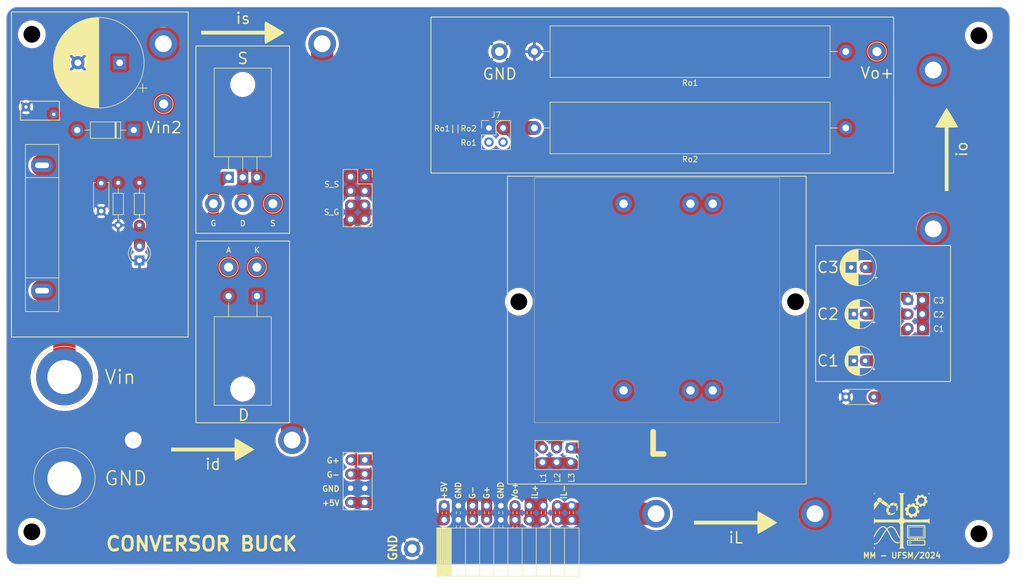
<source format=kicad_pcb>
(kicad_pcb (version 20221018) (generator pcbnew)
  (layers (0 "F.Cu" signal) (31 "B.Cu" signal) (34 "B.Paste" user) (35 "F.Paste" user) (36 "B.SilkS" user "B.Silkscreen") (37 "F.SilkS" user "F.Silkscreen") (38 "B.Mask" user) (39 "F.Mask" user) (44 "Edge.Cuts" user))
  (net 0 "")
  (net 1 "/Vin2")
  (net 2 "GND")
  (net 3 "Net-(J6-Pin_4)")
  (net 4 "Net-(J6-Pin_5)")
  (net 5 "IL-")
  (net 6 "Net-(D1-A)")
  (net 7 "Net-(D2-A)")
  (net 8 "/Vin")
  (net 9 "15V_F")
  (net 10 "G+")
  (net 11 "IL+")
  (net 12 "Net-(J6-Pin_6)")
  (net 13 "Net-(J5-Pin_1)")
  (net 14 "Net-(J5-Pin_2)")
  (net 15 "Net-(J5-Pin_3)")
  (net 16 "switch_gate")
  (net 17 "Net-(D3-A)")
  (net 18 "Vo+")
  (net 19 "Net-(Q1-D)")
  (net 20 "G-")
  (net 21 "switch_source")
  (net 22 "Net-(J6-Pin_1)")
  (net 23 "Net-(J7-Pin_2)")
  (footprint "LED_THT:LED_D3.0mm" (layer "F.Cu") (at 38.862 60.475 90)
    (fp_text reference "D2" hide)
    (fp_text value "LED")
    (pad "1" thru_hole rect (at 0 0 90) (size 1.8 1.8) (drill 0.9) (layers "*.Cu" "*.Mask") (net 2 "GND"))
    (pad "2" thru_hole circle (at 2.54 0 90) (size 1.8 1.8) (drill 0.9) (layers "*.Cu" "*.Mask") (net 7 "Net-(D2-A)"))
  )
  (footprint "Library:Furo" (layer "F.Cu") (at 19.558 22.499)
    (fp_text reference "H1" hide)
    (fp_text value "MountingHole")
    (pad "" np_thru_hole circle (at 0 -2.6) (size 3 3) (drill 3) (layers "*.Mask") (clearance 1))
  )
  (footprint "Connector_PinHeader_2.54mm:PinHeader_2x02_P2.54mm_Vertical" (layer "F.Cu") (at 101.572 36.7)
    (fp_text reference "J7" (at 1.27 -2.33) (layer "F.SilkS"))
    (fp_text value "Conn_02x01")
    (pad "1" thru_hole rect (at 0 0) (size 1.7 1.7) (drill 1) (layers "*.Cu" "*.Mask") (net 2 "GND"))
    (pad "2" thru_hole oval (at 2.54 0) (size 1.7 1.7) (drill 1) (layers "*.Cu" "*.Mask") (net 23 "Net-(J7-Pin_2)"))
    (pad "3" thru_hole oval (at 0 2.54) (size 1.7 1.7) (drill 1) (layers "*.Cu" "*.Mask"))
    (pad "4" thru_hole oval (at 2.54 2.54) (size 1.7 1.7) (drill 1) (layers "*.Cu" "*.Mask"))
  )
  (footprint "Package_TO_SOT_THT:TO-220-2_Horizontal_TabDown" (layer "F.Cu") (at 59.94 66.8812 180)
    (fp_text reference "D3" hide)
    (fp_text value "D")
    (pad "" np_thru_hole oval (at 2.54 -16.66 180) (size 3.5 3.5) (drill 3.5) (layers "*.Cu" "*.Mask"))
    (pad "1" thru_hole rect (at 0 0 180) (size 2 2) (drill 1.1) (layers "*.Cu" "*.Mask") (net 21 "switch_source"))
    (pad "2" thru_hole oval (at 5.08 0 180) (size 2 2) (drill 1.1) (layers "*.Cu" "*.Mask") (net 17 "Net-(D3-A)"))
  )
  (footprint "TestPoint:TestPoint_Loop_D2.60mm_Drill1.6mm_Beaded" (layer "F.Cu") (at 52.132 50.292)
    (fp_text reference "TP5" hide)
    (fp_text value "TestPoint")
    (pad "1" thru_hole circle (at 0 0) (size 3 3) (drill 1.6) (layers "*.Cu" "*.Mask") (net 16 "switch_gate"))
  )
  (footprint "Capacitor_THT:CP_Radial_D5.0mm_P2.00mm" (layer "F.Cu") (at 169.07638 78.486 180)
    (fp_text reference "C5" hide)
    (fp_text value "4.7u")
    (pad "1" thru_hole rect (at 0 0 180) (size 1.6 1.6) (drill 0.8) (layers "*.Cu" "*.Mask") (net 12 "Net-(J6-Pin_6)"))
    (pad "2" thru_hole circle (at 2 0 180) (size 1.6 1.6) (drill 0.8) (layers "*.Cu" "*.Mask") (net 2 "GND"))
  )
  (footprint "LOGO" (layer "F.Cu") (at 57.455164 19.6)
    (fp_text reference "G***" hide)
    (fp_text value "LOGO" hide)
  )
  (footprint "Connector_PinHeader_2.54mm:PinHeader_2x03_P2.54mm_Vertical" (layer "F.Cu") (at 176.784 67.564)
    (fp_text reference "J6" hide)
    (fp_text value "Conn_02x03_Counter_Clockwise")
    (pad "1" thru_hole oval (at 2.54 5.08) (size 1.7 1.7) (drill 1) (layers "*.Cu" "*.Mask") (net 22 "Net-(J6-Pin_1)"))
    (pad "2" thru_hole oval (at 2.54 2.54) (size 1.7 1.7) (drill 1) (layers "*.Cu" "*.Mask") (net 22 "Net-(J6-Pin_1)"))
    (pad "3" thru_hole oval (at 2.54 0) (size 1.7 1.7) (drill 1) (layers "*.Cu" "*.Mask") (net 22 "Net-(J6-Pin_1)"))
    (pad "4" thru_hole rect (at 0 0) (size 1.7 1.7) (drill 1) (layers "*.Cu" "*.Mask") (net 3 "Net-(J6-Pin_4)"))
    (pad "5" thru_hole oval (at 0 2.54) (size 1.7 1.7) (drill 1) (layers "*.Cu" "*.Mask") (net 4 "Net-(J6-Pin_5)"))
    (pad "6" thru_hole oval (at 0 5.08) (size 1.7 1.7) (drill 1) (layers "*.Cu" "*.Mask") (net 12 "Net-(J6-Pin_6)"))
  )
  (footprint "TestPoint:TestPoint_Loop_D2.60mm_Drill1.6mm_Beaded" (layer "F.Cu") (at 62.8 50.292)
    (fp_text reference "TP6" hide)
    (fp_text value "TestPoint")
    (pad "1" thru_hole circle (at 0 0) (size 3 3) (drill 1.6) (layers "*.Cu" "*.Mask") (net 21 "switch_source"))
  )
  (footprint "Capacitor_THT:CP_Radial_D6.3mm_P2.50mm" (layer "F.Cu") (at 169.07638 61.722 180)
    (fp_text reference "C3" hide)
    (fp_text value "22u")
    (pad "1" thru_hole rect (at 0 0 180) (size 1.6 1.6) (drill 0.8) (layers "*.Cu" "*.Mask") (net 3 "Net-(J6-Pin_4)"))
    (pad "2" thru_hole circle (at 2.5 0 180) (size 1.6 1.6) (drill 0.8) (layers "*.Cu" "*.Mask") (net 2 "GND"))
  )
  (footprint "TestPoint:TestPoint_Loop_D2.60mm_Drill1.6mm_Beaded" (layer "F.Cu") (at 171.2 23)
    (fp_text reference "TP12" hide)
    (fp_text value "TestPoint")
    (pad "1" thru_hole circle (at 0 0) (size 3 3) (drill 1.6) (layers "*.Cu" "*.Mask") (net 18 "Vo+"))
  )
  (footprint "TestPoint:TestPoint_Loop_D2.60mm_Drill1.6mm_Beaded" (layer "F.Cu") (at 57.4 50.292)
    (fp_text reference "TP4" hide)
    (fp_text value "TestPoint")
    (pad "1" thru_hole circle (at 0 0) (size 3 3) (drill 1.6) (layers "*.Cu" "*.Mask") (net 19 "Net-(Q1-D)"))
  )
  (footprint "LOGO" (layer "F.Cu") (at 175.639881 107.2)
    (fp_text reference "G***" hide)
    (fp_text value "LOGO" hide)
  )
  (footprint "LOGO" (layer "F.Cu") (at 145.87895 107.518)
    (fp_text reference "G***" hide)
    (fp_text value "LOGO" hide)
  )
  (footprint "Connector:Banana_Jack_1Pin" (layer "F.Cu") (at 25.4 99.568)
    (fp_text reference "J2" hide)
    (fp_text value "Conn_01x01_Pin")
    (pad "1" thru_hole circle (at 0 0) (size 10.16 10.16) (drill 6.1) (layers "*.Cu" "*.Mask") (net 2 "GND") (clearance 1))
  )
  (footprint "Resistor_THT:R_Axial_Power_L50.0mm_W9.0mm_P55.88mm" (layer "F.Cu") (at 165.608 36.703 180)
    (fp_text reference "Ro2" (at 27.94 -5.62 180) (layer "F.SilkS"))
    (fp_text value "22")
    (pad "1" thru_hole circle (at 0 0 180) (size 2.4 2.4) (drill 1.2) (layers "*.Cu" "*.Mask") (net 18 "Vo+"))
    (pad "2" thru_hole oval (at 55.88 0 180) (size 2.4 2.4) (drill 1.2) (layers "*.Cu" "*.Mask") (net 23 "Net-(J7-Pin_2)"))
  )
  (footprint "TestPoint:TestPoint_Loop_D2.60mm_Drill1.6mm_Beaded" (layer "F.Cu") (at 87.8 112.2)
    (fp_text reference "TP2" hide)
    (fp_text value "TestPoint")
    (pad "1" thru_hole circle (at 0 0) (size 3 3) (drill 1.6) (layers "*.Cu" "*.Mask") (net 2 "GND"))
  )
  (footprint "Resistor_THT:R_Axial_DIN0204_L3.6mm_D1.6mm_P7.62mm_Horizontal" (layer "F.Cu") (at 35.052 46.531 -90)
    (fp_text reference "R2" hide)
    (fp_text value "10k")
    (pad "1" thru_hole circle (at 0 0 270) (size 1.4 1.4) (drill 0.7) (layers "*.Cu" "*.Mask") (net 1 "/Vin2"))
    (pad "2" thru_hole oval (at 7.62 0 270) (size 1.4 1.4) (drill 0.7) (layers "*.Cu" "*.Mask") (net 2 "GND"))
  )
  (footprint "Connector_PinHeader_2.54mm:PinHeader_2x03_P2.54mm_Vertical" (layer "F.Cu") (at 116.260166 94.125 -90)
    (fp_text reference "J5" hide)
    (fp_text value "Conn_02x03_Counter_Clockwise")
    (pad "1" thru_hole rect (at 0 0 270) (size 1.7 1.7) (drill 1) (layers "*.Cu" "*.Mask") (net 13 "Net-(J5-Pin_1)"))
    (pad "2" thru_hole oval (at 0 2.54 270) (size 1.7 1.7) (drill 1) (layers "*.Cu" "*.Mask") (net 14 "Net-(J5-Pin_2)"))
    (pad "3" thru_hole oval (at 0 5.08 270) (size 1.7 1.7) (drill 1) (layers "*.Cu" "*.Mask") (net 15 "Net-(J5-Pin_3)"))
    (pad "4" thru_hole oval (at 2.54 5.08 270) (size 1.7 1.7) (drill 1) (layers "*.Cu" "*.Mask") (net 11 "IL+"))
    (pad "5" thru_hole oval (at 2.54 2.54 270) (size 1.7 1.7) (drill 1) (layers "*.Cu" "*.Mask") (net 11 "IL+"))
    (pad "6" thru_hole oval (at 2.54 0 270) (size 1.7 1.7) (drill 1) (layers "*.Cu" "*.Mask") (net 11 "IL+"))
  )
  (footprint "Diode_THT:D_DO-41_SOD81_P10.16mm_Horizontal" (layer "F.Cu") (at 37.846 37.084 180)
    (fp_text reference "D1" hide)
    (fp_text value "1N4007")
    (pad "1" thru_hole rect (at 0 0 180) (size 2.2 2.2) (drill 1.1) (layers "*.Cu" "*.Mask") (net 1 "/Vin2"))
    (pad "2" thru_hole oval (at 10.16 0 180) (size 2.2 2.2) (drill 1.1) (layers "*.Cu" "*.Mask") (net 6 "Net-(D1-A)"))
  )
  (footprint "Library:Testpoint_current" (layer "F.Cu") (at 145.822 105.918)
    (fp_text reference "TP10" hide)
    (fp_text value "TestPoint_2Pole")
    (pad "1" thru_hole circle (at -14.25 0) (size 5 5) (drill 3) (layers "*.Cu" "*.Mask") (net 5 "IL-"))
    (pad "2" thru_hole circle (at 14.25 0) (size 5 5) (drill 3) (layers "*.Cu" "*.Mask") (net 22 "Net-(J6-Pin_1)"))
  )
  (footprint "Library:Testpoint_current" (layer "F.Cu") (at 52 92.71)
    (fp_text reference "TP9" hide)
    (fp_text value "TestPoint_2Pole")
    (pad "1" thru_hole circle (at -14.25 0) (size 5 5) (drill 3) (layers "*.Cu" "*.Mask") (net 2 "GND"))
    (pad "2" thru_hole circle (at 14.25 0) (size 5 5) (drill 3) (layers "*.Cu" "*.Mask") (net 17 "Net-(D3-A)"))
  )
  (footprint "LOGO" (layer "F.Cu") (at 183.7052 40.50625 90)
    (fp_text reference "G***" hide)
    (fp_text value "LOGO" hide)
  )
  (footprint "Capacitor_THT:C_Disc_D5.0mm_W2.5mm_P5.00mm" (layer "F.Cu") (at 170.621267 84.963 180)
    (fp_text reference "C6" hide)
    (fp_text value "100n")
    (pad "1" thru_hole circle (at 0 0 180) (size 1.6 1.6) (drill 0.8) (layers "*.Cu" "*.Mask") (net 22 "Net-(J6-Pin_1)"))
    (pad "2" thru_hole circle (at 5 0 180) (size 1.6 1.6) (drill 0.8) (layers "*.Cu" "*.Mask") (net 2 "GND"))
  )
  (footprint "Connector_PinSocket_2.54mm:PinSocket_2x10_P2.54mm_Horizontal" (layer "F.Cu") (at 93.55 104.484 90)
    (fp_text reference "J4" hide)
    (fp_text value "Conn_02x10_Odd_Even")
    (pad "1" thru_hole rect (at 0 0 90) (size 1.7 1.7) (drill 1) (layers "*.Cu" "*.Mask") (net 9 "15V_F"))
    (pad "2" thru_hole oval (at -2.54 0 90) (size 1.7 1.7) (drill 1) (layers "*.Cu" "*.Mask") (net 9 "15V_F"))
    (pad "3" thru_hole oval (at 0 2.54 90) (size 1.7 1.7) (drill 1) (layers "*.Cu" "*.Mask") (net 2 "GND"))
    (pad "4" thru_hole oval (at -2.54 2.54 90) (size 1.7 1.7) (drill 1) (layers "*.Cu" "*.Mask") (net 2 "GND"))
    (pad "5" thru_hole oval (at 0 5.08 90) (size 1.7 1.7) (drill 1) (layers "*.Cu" "*.Mask") (net 20 "G-"))
    (pad "6" thru_hole oval (at -2.54 5.08 90) (size 1.7 1.7) (drill 1) (layers "*.Cu" "*.Mask") (net 20 "G-"))
    (pad "7" thru_hole oval (at 0 7.62 90) (size 1.7 1.7) (drill 1) (layers "*.Cu" "*.Mask") (net 10 "G+"))
    (pad "8" thru_hole oval (at -2.54 7.62 90) (size 1.7 1.7) (drill 1) (layers "*.Cu" "*.Mask") (net 10 "G+"))
    (pad "9" thru_hole oval (at 0 10.16 90) (size 1.7 1.7) (drill 1) (layers "*.Cu" "*.Mask") (net 2 "GND"))
    (pad "10" thru_hole oval (at -2.54 10.16 90) (size 1.7 1.7) (drill 1) (layers "*.Cu" "*.Mask") (net 2 "GND"))
    (pad "11" thru_hole oval (at 0 12.7 90) (size 1.7 1.7) (drill 1) (layers "*.Cu" "*.Mask") (net 18 "Vo+"))
    (pad "12" thru_hole oval (at -2.54 12.7 90) (size 1.7 1.7) (drill 1) (layers "*.Cu" "*.Mask") (net 18 "Vo+"))
    (pad "13" thru_hole oval (at 0 15.24 90) (size 1.7 1.7) (drill 1) (layers "*.Cu" "*.Mask") (net 11 "IL+"))
    (pad "14" thru_hole oval (at -2.54 15.24 90) (size 1.7 1.7) (drill 1) (layers "*.Cu" "*.Mask") (net 11 "IL+"))
    (pad "15" thru_hole oval (at 0 17.78 90) (size 1.7 1.7) (drill 1) (layers "*.Cu" "*.Mask") (net 11 "IL+"))
    (pad "16" thru_hole oval (at -2.54 17.78 90) (size 1.7 1.7) (drill 1) (layers "*.Cu" "*.Mask") (net 11 "IL+"))
    (pad "17" thru_hole oval (at 0 20.32 90) (size 1.7 1.7) (drill 1) (layers "*.Cu" "*.Mask") (net 5 "IL-"))
    (pad "18" thru_hole oval (at -2.54 20.32 90) (size 1.7 1.7) (drill 1) (layers "*.Cu" "*.Mask") (net 5 "IL-"))
    (pad "19" thru_hole oval (at 0 22.86 90) (size 1.7 1.7) (drill 1) (layers "*.Cu" "*.Mask") (net 5 "IL-"))
    (pad "20" thru_hole oval (at -2.54 22.86 90) (size 1.7 1.7) (drill 1) (layers "*.Cu" "*.Mask") (net 5 "IL-"))
  )
  (footprint "Library:Fuse" (layer "F.Cu") (at 21.4 68.9)
    (fp_text reference "F1" hide)
    (fp_text value "Fuse")
    (pad "1" thru_hole oval (at 0 -3) (size 4 2.5) (drill oval 2.5 1) (layers "*.Cu" "*.Mask") (net 8 "/Vin"))
    (pad "2" thru_hole oval (at 0 -25.5) (size 4 2.5) (drill oval 2.5 1) (layers "*.Cu" "*.Mask") (net 6 "Net-(D1-A)"))
  )
  (footprint "Library:Furo" (layer "F.Cu") (at 19.558 111.76)
    (fp_text reference "H2" hide)
    (fp_text value "MountingHole")
    (pad "" np_thru_hole circle (at 0 -2.6) (size 3 3) (drill 3) (layers "*.Mask") (clearance 1))
  )
  (footprint "Library:Furo" (layer "F.Cu") (at 189.484 112.121)
    (fp_text reference "H4" hide)
    (fp_text value "MountingHole")
    (pad "" np_thru_hole circle (at 0 -2.6) (size 3 3) (drill 3) (layers "*.Mask") (clearance 1))
  )
  (footprint "Library:Testpoint_current" (layer "F.Cu") (at 181.3052 40.5632 90)
    (fp_text reference "TP11" hide)
    (fp_text value "TestPoint_2Pole")
    (pad "1" thru_hole circle (at -14.25 0 90) (size 5 5) (drill 3) (layers "*.Cu" "*.Mask") (net 22 "Net-(J6-Pin_1)"))
    (pad "2" thru_hole circle (at 14.25 0 90) (size 5 5) (drill 3) (layers "*.Cu" "*.Mask") (net 18 "Vo+"))
  )
  (footprint "TestPoint:TestPoint_Loop_D2.60mm_Drill1.6mm_Beaded" (layer "F.Cu") (at 59.94 61.684)
    (fp_text reference "TP7" hide)
    (fp_text value "TestPoint")
    (pad "1" thru_hole circle (at 0 0) (size 3 3) (drill 1.6) (layers "*.Cu" "*.Mask") (net 21 "switch_source"))
  )
  (footprint "Library:Inductor_buck" (layer "F.Cu") (at 104.535166 67.6 -90)
    (fp_text reference "L1" hide)
    (fp_text value "L")
    (pad "1" thru_hole circle (at -17.3 -21.2 270) (size 3 3) (drill 1.5) (layers "*.Cu" "*.Mask" "Dwgs.User") (net 21 "switch_source"))
    (pad "2" thru_hole circle (at -17.3 -37.2 270) (size 3 3) (drill 1.5) (layers "*.Cu" "*.Mask") (net 15 "Net-(J5-Pin_3)"))
    (pad "2" thru_hole circle (at -17.3 -33.2 270) (size 3 3) (drill 1.5) (layers "*.Cu" "*.Mask") (net 15 "Net-(J5-Pin_3)"))
    (pad "3" thru_hole circle (at 16.2 -37.2 270) (size 3 3) (drill 1.5) (layers "*.Cu" "*.Mask") (net 14 "Net-(J5-Pin_2)"))
    (pad "3" thru_hole circle (at 16.2 -33.2 270) (size 3 3) (drill 1.5) (layers "*.Cu" "*.Mask") (net 14 "Net-(J5-Pin_2)"))
    (pad "4" thru_hole circle (at 16.2 -21.2 270) (size 3 3) (drill 1.5) (layers "*.Cu" "*.Mask") (net 13 "Net-(J5-Pin_1)"))
  )
  (footprint "Varistor:RV_Disc_D7mm_W3.4mm_P5mm" (layer "F.Cu") (at 23.5 34.25 180)
    (fp_text reference "RV1" hide)
    (fp_text value "Varistor")
    (pad "1" thru_hole circle (at 0 0 180) (size 1.6 1.6) (drill 0.6) (layers "*.Cu" "*.Mask") (net 6 "Net-(D1-A)"))
    (pad "2" thru_hole circle (at 5 1.3 180) (size 1.6 1.6) (drill 0.6) (layers "*.Cu" "*.Mask") (net 2 "GND"))
  )
  (footprint "Connector:Banana_Jack_1Pin" (layer "F.Cu") (at 25.4 81.4)
    (fp_text reference "J1" hide)
    (fp_text value "Conn_01x01_Pin")
    (pad "1" thru_hole circle (at 0 0) (size 10.16 10.16) (drill 6.1) (layers "*.Cu" "*.Mask") (net 8 "/Vin") (clearance 1))
  )
  (footprint "TestPoint:TestPoint_Loop_D2.60mm_Drill1.6mm_Beaded" (layer "F.Cu") (at 103.460119 23)
    (fp_text reference "TP13" hide)
    (fp_text value "TestPoint")
    (pad "1" thru_hole circle (at 0 0) (size 3 3) (drill 1.6) (layers "*.Cu" "*.Mask") (net 2 "GND"))
  )
  (footprint "Package_TO_SOT_THT:TO-220-3_Horizontal_TabDown" (layer "F.Cu") (at 54.86 45.552)
    (fp_text reference "Q1" hide)
    (fp_text value "IRF540N")
    (pad "" np_thru_hole oval (at 2.54 -16.66) (size 3.5 3.5) (drill 3.5) (layers "*.Cu" "*.Mask"))
    (pad "1" thru_hole rect (at 0 0) (size 1.905 2) (drill 1.1) (layers "*.Cu" "*.Mask") (net 16 "switch_gate"))
    (pad "2" thru_hole oval (at 2.54 0) (size 1.905 2) (drill 1.1) (layers "*.Cu" "*.Mask") (net 19 "Net-(Q1-D)"))
    (pad "3" thru_hole oval (at 5.08 0) (size 1.905 2) (drill 1.1) (layers "*.Cu" "*.Mask") (net 21 "switch_source"))
  )
  (footprint "Capacitor_THT:CP_Radial_D16.0mm_P7.50mm" (layer "F.Cu") (at 35.312755 25 180)
    (fp_text reference "C1" hide)
    (fp_text value "470u")
    (pad "1" thru_hole rect (at 0 0 180) (size 2.4 2.4) (drill 1.2) (layers "*.Cu" "*.Mask") (net 1 "/Vin2"))
    (pad "2" thru_hole circle (at 7.5 0 180) (size 2.4 2.4) (drill 1.2) (layers "*.Cu" "*.Mask") (net 2 "GND"))
  )
  (footprint "Library:Testpoint_current" (layer "F.Cu") (at 57.4 21.59)
    (fp_text reference "TP3" hide)
    (fp_text value "TestPoint_2Pole")
    (pad "1" thru_hole circle (at -14.25 0) (size 5 5) (drill 3) (layers "*.Cu" "*.Mask") (net 1 "/Vin2"))
    (pad "2" thru_hole circle (at 14.25 0) (size 5 5) (drill 3) (layers "*.Cu" "*.Mask") (net 19 "Net-(Q1-D)"))
  )
  (footprint "Capacitor_THT:C_Disc_D5.0mm_W2.5mm_P5.00mm" (layer "F.Cu") (at 32.004 46.611 -90)
    (fp_text reference "C2" hide)
    (fp_text value "100n")
    (pad "1" thru_hole circle (at 0 0 270) (size 1.6 1.6) (drill 0.8) (layers "*.Cu" "*.Mask") (net 1 "/Vin2"))
    (pad "2" thru_hole circle (at 5 0 270) (size 1.6 1.6) (drill 0.8) (layers "*.Cu" "*.Mask") (net 2 "GND"))
  )
  (footprint "Resistor_THT:R_Axial_Power_L50.0mm_W9.0mm_P55.88mm" (layer "F.Cu") (at 165.608 23 180)
    (fp_text reference "Ro1" (at 27.94 -5.62 180) (layer "F.SilkS"))
    (fp_text value "22")
    (pad "1" thru_hole circle (at 0 0 180) (size 2.4 2.4) (drill 1.2) (layers "*.Cu" "*.Mask") (net 18 "Vo+"))
    (pad "2" thru_hole oval (at 55.88 0 180) (size 2.4 2.4) (drill 1.2) (layers "*.Cu" "*.Mask") (net 2 "GND"))
  )
  (footprint "LOGO" (layer "F.Cu") (at 52.05695 94.4)
    (fp_text reference "G***" hide)
    (fp_text value "LOGO" hide)
  )
  (footprint "Resistor_THT:R_Axial_DIN0204_L3.6mm_D1.6mm_P7.62mm_Horizontal" (layer "F.Cu") (at 38.862 46.531 -90)
    (fp_text reference "R1" hide)
    (fp_text value "1.5k")
    (pad "1" thru_hole circle (at 0 0 270) (size 1.4 1.4) (drill 0.7) (layers "*.Cu" "*.Mask") (net 1 "/Vin2"))
    (pad "2" thru_hole oval (at 7.62 0 270) (size 1.4 1.4) (drill 0.7) (layers "*.Cu" "*.Mask") (net 7 "Net-(D2-A)"))
  )
  (footprint "TestPoint:TestPoint_Loop_D2.60mm_Drill1.6mm_Beaded" (layer "F.Cu") (at 43.202976 32.4)
    (fp_text reference "TP1" hide)
    (fp_text value "TestPoint")
    (pad "1" thru_hole circle (at 0 0) (size 3 3) (drill 1.6) (layers "*.Cu" "*.Mask") (net 1 "/Vin2"))
  )
  (footprint "Library:Furo" (layer "F.Cu") (at 156.585166 70.485)
    (fp_text reference "H6" hide)
    (fp_text value "MountingHole")
    (pad "" np_thru_hole circle (at 0 -2.6) (size 3 3) (drill 3) (layers "*.Mask") (clearance 1))
  )
  (footprint "Library:Furo" (layer "F.Cu") (at 106.935166 70.485)
    (fp_text reference "H5" hide)
    (fp_text value "MountingHole")
    (pad "" np_thru_hole circle (at 0 -2.6) (size 3 3) (drill 3) (layers "*.Mask") (clearance 1))
  )
  (footprint "Library:GateDriver" (layer "F.Cu") (at 79.29 96.266)
    (fp_text reference "J3" hide)
    (fp_text value "Conn_gatedriver")
    (pad "1" thru_hole oval (at -2.54 -50.8) (size 1.7 1.7) (drill 1) (layers "*.Cu" "*.Mask") (net 21 "switch_source"))
    (pad "1" thru_hole rect (at 0 -50.8) (size 1.7 1.7) (drill 1) (layers "*.Cu" "*.Mask") (net 21 "switch_source"))
    (pad "2" thru_hole oval (at -2.54 -48.26) (size 1.7 1.7) (drill 1) (layers "*.Cu" "*.Mask") (net 21 "switch_source"))
    (pad "2" thru_hole oval (at 0 -48.26) (size 1.7 1.7) (drill 1) (layers "*.Cu" "*.Mask") (net 21 "switch_source"))
    (pad "3" thru_hole oval (at -2.54 -45.72) (size 1.7 1.7) (drill 1) (layers "*.Cu" "*.Mask") (net 16 "switch_gate"))
    (pad "3" thru_hole oval (at 0 -45.72) (size 1.7 1.7) (drill 1) (layers "*.Cu" "*.Mask") (net 16 "switch_gate"))
    (pad "4" thru_hole oval (at -2.54 -43.18) (size 1.7 1.7) (drill 1) (layers "*.Cu" "*.Mask") (net 16 "switch_gate"))
    (pad "4" thru_hole oval (at 0 -43.18) (size 1.7 1.7) (drill 1) (layers "*.Cu" "*.Mask") (net 16 "switch_gate"))
    (pad "5" thru_hole oval (at -2.54 0) (size 1.7 1.7) (drill 1) (layers "*.Cu" "*.Mask") (net 10 "G+"))
    (pad "5" thru_hole rect (at 0 0) (size 1.7 1.7) (drill 1) (layers "*.Cu" "*.Mask") (net 10 "G+"))
    (pad "6" thru_hole oval (at -2.54 2.54) (size 1.7 1.7) (drill 1) (layers "*.Cu" "*.Mask") (net 20 "G-"))
    (pad "6" thru_hole oval (at 0 2.54) (size 1.7 1.7) (drill 1) (layers "*.Cu" "*.Mask") (net 20 "G-"))
    (pad "7" thru_hole oval (at -2.54 5.08) (size 1.7 1.7) (drill 1) (layers "*.Cu" "*.Mask") (net 2 "GND"))
    (pad "7" thru_hole oval (at 0 5.08) (size 1.7 1.7) (drill 1) (layers "*.Cu" "*.Mask") (net 2 "GND"))
    (pad "8" thru_hole oval (at -2.54 7.62) (size 1.7 1.7) (drill 1) (layers "*.Cu" "*.Mask") (net 9 "15V_F"))
    (pad "8" thru_hole oval (at 0 7.62) (size 1.7 1.7) (drill 1) (layers "*.Cu" "*.Mask") (net 9 "15V_F"))
  )
  (footprint "TestPoint:TestPoint_Loop_D2.60mm_Drill1.6mm_Beaded" (layer "F.Cu") (at 54.86 61.684)
    (fp_text reference "TP8" hide)
    (fp_text value "TestPoint")
    (pad "1" thru_hole circle (at 0 0) (size 3 3) (drill 1.6) (layers "*.Cu" "*.Mask") (net 17 "Net-(D3-A)"))
  )
  (footprint "Capacitor_THT:CP_Radial_D5.0mm_P2.00mm" (layer "F.Cu") (at 169.07638 70.104 180)
    (fp_text reference "C4" hide)
    (fp_text value "10u")
    (pad "1" thru_hole rect (at 0 0 180) (size 1.6 1.6) (drill 0.8) (layers "*.Cu" "*.Mask") (net 4 "Net-(J6-Pin_5)"))
    (pad "2" thru_hole circle (at 2 0 180) (size 1.6 1.6) (drill 0.8) (layers "*.Cu" "*.Mask") (net 2 "GND"))
  )
  (footprint "Library:Furo" (layer "F.Cu") (at 189.484 22.733)
    (fp_text reference "H3" hide)
    (fp_text value "MountingHole")
    (pad "" np_thru_hole circle (at 0 -2.6) (size 3 3) (drill 3) (layers "*.Mask" "Eco1.User") (clearance 1))
  )
  (gr_rect (start 91.16 16.8) (end 174.2 44.8) (stroke (width 0.15)) (fill none) (layer "F.SilkS"))
  (gr_rect (start 49 22) (end 65.8 55.6) (stroke (width 0.15)) (fill none) (layer "F.SilkS"))
  (gr_rect (start 49 57) (end 65.8 89.6) (stroke (width 0.15)) (fill none) (layer "F.SilkS"))
  (gr_rect (start 160.2 57.8) (end 184.4 82.2) (stroke (width 0.15)) (fill none) (layer "F.SilkS"))
  (gr_rect (start 15.882235 15.882235) (end 47.6 74.2) (stroke (width 0.15)) (fill none) (layer "F.SilkS"))
  (gr_rect (start 104.898745 45.363579) (end 158.5 100.6) (stroke (width 0.15)) (fill none) (layer "F.SilkS"))
  (gr_arc (start 15 17) (mid 15.585786 15.585786) (end 17 15) (stroke (width 0.1)) (layer "Edge.Cuts"))
  (gr_line (start 15 17) (end 15 113) (stroke (width 0.1)) (layer "Edge.Cuts"))
  (gr_arc (start 195 113) (mid 194.414214 114.414214) (end 193 115) (stroke (width 0.1)) (layer "Edge.Cuts"))
  (gr_arc (start 17 115) (mid 15.585786 114.414214) (end 15 113) (stroke (width 0.1)) (layer "Edge.Cuts"))
  (gr_line (start 17 115) (end 193 115) (stroke (width 0.1)) (layer "Edge.Cuts"))
  (gr_line (start 195 113) (end 195 17) (stroke (width 0.1)) (layer "Edge.Cuts"))
  (gr_line (start 193 15) (end 17 15) (stroke (width 0.1)) (layer "Edge.Cuts"))
  (gr_arc (start 193 15) (mid 194.414214 15.585786) (end 195 17) (stroke (width 0.1)) (layer "Edge.Cuts"))
  (gr_text "GND" (at 96.6525 103.4 90) (layer "F.SilkS") (effects (font (size 1 1) (thickness 0.2) bold) (justify left bottom)))
  (gr_text "L3" (at 116.97 100.45 90) (layer "F.SilkS") (effects (font (size 1 1)) (justify left bottom)))
  (gr_text "C2" (at 162.4 70.104) (layer "F.SilkS") (effects (font (size 2 2) (thickness 0.25))))
  (gr_text "L" (at 131.699372 93.4) (layer "F.SilkS") (effects (font (size 4 4) (thickness 1) bold)))
  (gr_text "L2" (at 114.43 100.45 90) (layer "F.SilkS") (effects (font (size 1 1)) (justify left bottom)))
  (gr_text "S_G" (at 71.885714 52.4) (layer "F.SilkS") (effects (font (size 1 1)) (justify left bottom)))
  (gr_text "is" (at 56 18.2) (layer "F.SilkS") (effects (font (size 2 2) (thickness 0.25)) (justify left bottom)))
  (gr_text "C2" (at 181.2 70.7915) (layer "F.SilkS") (effects (font (size 1 1)) (justify left bottom)))
  (gr_text "CONVERSOR BUCK" (at 32.6 112.8) (layer "F.SilkS") (effects (font (size 2.5 2.5) (thickness 0.5) bold) (justify left bottom)))
  (gr_text "io" (at 187.6 42.056653 90) (layer "F.SilkS") (effects (font (size 2 2) (thickness 0.25)) (justify left bottom)))
  (gr_text "C3" (at 162.4 61.722) (layer "F.SilkS") (effects (font (size 2 2) (thickness 0.25))))
  (gr_text "G-" (at 72.361905 99.4935) (layer "F.SilkS") (effects (font (size 1 1) (thickness 0.2) bold) (justify left bottom)))
  (gr_text "D" (at 56.8125 54.4) (layer "F.SilkS") (effects (font (size 1 1)) (justify left bottom)))
  (gr_text "C1" (at 162.4 78.486) (layer "F.SilkS") (effects (font (size 2 2) (thickness 0.25))))
  (gr_text "GND" (at 104.2725 103.4 90) (layer "F.SilkS") (effects (font (size 1 1) (thickness 0.2) bold) (justify left bottom)))
  (gr_text "S" (at 62.23631 54.4) (layer "F.SilkS") (effects (font (size 1 1)) (justify left bottom)))
  (gr_text "C3" (at 181.2 68.2515) (layer "F.SilkS") (effects (font (size 1 1)) (justify left bottom)))
  (gr_text "MM - UFSM/2024" (at 168.6 114) (layer "F.SilkS") (effects (font (size 1 1) (thickness 0.2) bold) (justify left bottom)))
  (gr_text "iL" (at 144.423786 111.4) (layer "F.SilkS") (effects (font (size 2 2) (thickness 0.25)) (justify left bottom)))
  (gr_text "GND" (at 36.4 99.568) (layer "F.SilkS") (effects (font (size 2.5 2.5) (thickness 0.25))))
  (gr_text "K" (at 59.3525 59.2) (layer "F.SilkS") (effects (font (size 1 1)) (justify left bottom)))
  (gr_text "GND" (at 71.552381 102.0335) (layer "F.SilkS") (effects (font (size 1 1) (thickness 0.2) bold) (justify left bottom)))
  (gr_text "GND" (at 85.2 114.523215 90) (layer "F.SilkS") (effects (font (size 1.5 1.5) (thickness 0.3) bold) (justify left bottom)))
  (gr_text "GND" (at 100.3 28.2) (layer "F.SilkS") (effects (font (size 2 2) (thickness 0.25)) (justify left bottom)))
  (gr_text "Vin" (at 35.388095 81.4) (layer "F.SilkS") (effects (font (size 2.5 2.5) (thickness 0.25))))
  (gr_text "Ro1" (at 96.4 39.9305) (layer "F.SilkS") (effects (font (size 1 1)) (justify left bottom)))
  (gr_text "G" (at 51.5445 54.4) (layer "F.SilkS") (effects (font (size 1 1)) (justify left bottom)))
  (gr_text "D" (at 56.4 89.4) (layer "F.SilkS") (effects (font (size 2 2) (thickness 0.25)) (justify left bottom)))
  (gr_text "iL-" (at 115.6 103.4 90) (layer "F.SilkS") (effects (font (size 1 1) (thickness 0.2) bold) (justify left bottom)))
  (gr_text "id" (at 50.506548 98.2) (layer "F.SilkS") (effects (font (size 2 2) (thickness 0.25)) (justify left bottom)))
  (gr_text "L1" (at 111.89 100.45 90) (layer "F.SilkS") (effects (font (size 1 1)) (justify left bottom)))
  (gr_text "C1" (at 181.2 73.3315) (layer "F.SilkS") (effects (font (size 1 1)) (justify left bottom)))
  (gr_text "G-" (at 99.1925 103.4 90) (layer "F.SilkS") (effects (font (size 1 1) (thickness 0.2) bold) (justify left bottom)))
  (gr_text "G+" (at 101.7325 103.4 90) (layer "F.SilkS") (effects (font (size 1 1) (thickness 0.2) bold) (justify left bottom)))
  (gr_text "+5V" (at 94.1125 103.4 90) (layer "F.SilkS") (effects (font (size 1 1) (thickness 0.2) bold) (justify left bottom)))
  (gr_text "S_S" (at 71.933333 47.4) (layer "F.SilkS") (effects (font (size 1 1)) (justify left bottom)))
  (gr_text "Vin2" (at 39.9 37.8) (layer "F.SilkS") (effects (font (size 2 2) (thickness 0.25)) (justify left bottom)))
  (gr_text "iL+" (at 110.4 103.4 90) (layer "F.SilkS") (effects (font (size 1 1) (thickness 0.2) bold) (justify left bottom)))
  (gr_text "+5V" (at 71.552381 104.5735) (layer "F.SilkS") (effects (font (size 1 1) (thickness 0.2) bold) (justify left bottom)))
  (gr_text "Vo+" (at 168.0875 28) (layer "F.SilkS") (effects (font (size 2 2) (thickness 0.25)) (justify left bottom)))
  (gr_text "A" (at 54.343929 59.2) (layer "F.SilkS") (effects (font (size 1 1)) (justify left bottom)))
  (gr_text "Vo+" (at 106.8125 103.4 90) (layer "F.SilkS") (effects (font (size 1 1) (thickness 0.2) bold) (justify left bottom)))
  (gr_text "S" (at 56.2875 25.4) (layer "F.SilkS") (effects (font (size 2 2) (thickness 0.25)) (justify left bottom)))
  (gr_text "Ro1||Ro2" (at 91.638095 37.3905) (layer "F.SilkS") (effects (font (size 1 1)) (justify left bottom)))
  (gr_text "G+" (at 72.361905 96.9535) (layer "F.SilkS") (effects (font (size 1 1) (thickness 0.2) bold) (justify left bottom)))
  (segment (start 176.784 67.534) (end 170.972 61.722) (width 2) (layer "F.Cu") (net 3))
  (segment (start 170.972 61.722) (end 169.07638 61.722) (width 2) (layer "F.Cu") (net 3))
  (segment (start 176.784 67.564) (end 176.784 67.534) (width 0.25) (layer "F.Cu") (net 3))
  (segment (start 176.784 70.104) (end 169.07638 70.104) (width 2) (layer "F.Cu") (net 4))
  (segment (start 131.572 105.918) (end 115.062 105.918) (width 4) (layer "F.Cu") (net 5))
  (segment (start 113.87 104.484) (end 113.87 107.024) (width 2) (layer "F.Cu") (net 5))
  (segment (start 21.4 43.4) (end 25.4 43.4) (width 4) (layer "F.Cu") (net 6))
  (segment (start 25.4 43.4) (end 27.686 41.114) (width 4) (layer "F.Cu") (net 6))
  (segment (start 26.334 37.084) (end 23.5 34.25) (width 4) (layer "F.Cu") (net 6))
  (segment (start 27.686 37.084) (end 26.334 37.084) (width 4) (layer "F.Cu") (net 6))
  (segment (start 27.686 41.114) (end 27.686 37.084) (width 4) (layer "F.Cu") (net 6))
  (segment (start 38.862 54.151) (end 38.862 57.935) (width 2) (layer "F.Cu") (net 7))
  (segment (start 23.3 65.9) (end 21.4 65.9) (width 4) (layer "F.Cu") (net 8))
  (segment (start 25.4 81.4) (end 25.4 68) (width 4) (layer "F.Cu") (net 8))
  (segment (start 25.4 68) (end 23.3 65.9) (width 4) (layer "F.Cu") (net 8))
  (segment (start 93.55 107.024) (end 84.672 107.024) (width 2) (layer "F.Cu") (net 9))
  (segment (start 93.55 107.024) (end 93.55 104.484) (width 2) (layer "F.Cu") (net 9))
  (segment (start 81.534 103.886) (end 76.75 103.886) (width 2) (layer "F.Cu") (net 9))
  (segment (start 84.672 107.024) (end 81.534 103.886) (width 2) (layer "F.Cu") (net 9))
  (segment (start 96.016 96.266) (end 76.836 96.266) (width 2) (layer "F.Cu") (net 10))
  (segment (start 97 97.25) (end 96.016 96.266) (width 2) (layer "F.Cu") (net 10))
  (segment (start 101.17 107.024) (end 101.17 101.424) (width 2) (layer "F.Cu") (net 10))
  (segment (start 101.17 101.424) (end 97 97.254) (width 2) (layer "F.Cu") (net 10))
  (segment (start 97 97.254) (end 97 97.25) (width 2) (layer "F.Cu") (net 10))
  (segment (start 108.79 107.024) (end 111.33 107.024) (width 2) (layer "F.Cu") (net 11))
  (segment (start 116 97.8) (end 115.99 97.79) (width 4) (layer "F.Cu") (net 11))
  (segment (start 111.01 97.79) (end 109.982 98.818) (width 4) (layer "F.Cu") (net 11))
  (segment (start 109.982 98.818) (end 109.982 106.426) (width 4) (layer "F.Cu") (net 11))
  (segment (start 115.99 97.79) (end 111.01 97.79) (width 4) (layer "F.Cu") (net 11))
  (segment (start 176.784 72.644) (end 170.942 78.486) (width 2) (layer "F.Cu") (net 12))
  (segment (start 170.942 78.486) (end 169.07638 78.486) (width 2) (layer "F.Cu") (net 12))
  (segment (start 120.735166 92) (end 125.735166 87) (width 4) (layer "F.Cu") (net 13))
  (segment (start 125.735166 87) (end 125.735166 83.8) (width 4) (layer "F.Cu") (net 13))
  (segment (start 118.610166 94.125) (end 120.735166 92) (width 2) (layer "F.Cu") (net 13))
  (segment (start 116.260166 94.125) (end 118.610166 94.125) (width 2) (layer "F.Cu") (net 13))
  (segment (start 117.735166 78) (end 131.935166 78) (width 4) (layer "F.Cu") (net 14))
  (segment (start 131.935166 78) (end 137.735166 83.8) (width 4) (layer "F.Cu") (net 14))
  (segment (start 113.720166 82.015) (end 117.735166 78) (width 4) (layer "F.Cu") (net 14))
  (segment (start 113.720166 94.125) (end 113.720166 89.2) (width 2) (layer "F.Cu") (net 14))
  (segment (start 137.735166 83.8) (end 141.735166 83.8) (width 4) (layer "F.Cu") (net 14))
  (segment (start 113.720166 89.2) (end 113.720166 82.015) (width 4) (layer "F.Cu") (net 14))
  (segment (start 108.335166 78) (end 115.735166 70.6) (width 4) (layer "F.Cu") (net 15))
  (segment (start 137.735166 62.6) (end 137.735166 50.3) (width 4) (layer "F.Cu") (net 15))
  (segment (start 111.180166 94.125) (end 108.335166 91.28) (width 2) (layer "F.Cu") (net 15))
  (segment (start 137.735166 50.3) (end 141.735166 50.3) (width 4) (layer "F.Cu") (net 15))
  (segment (start 115.735166 70.6) (end 129.735166 70.6) (width 4) (layer "F.Cu") (net 15))
  (segment (start 129.735166 70.6) (end 137.735166 62.6) (width 4) (layer "F.Cu") (net 15))
  (segment (start 108.335166 90) (end 108.335166 78) (width 4) (layer "F.Cu") (net 15))
  (segment (start 109.4 91.28) (end 109.4 90) (width 2) (layer "F.Cu") (net 15))
  (segment (start 76.75 50.546) (end 79.29 53.086) (width 2) (layer "F.Cu") (net 16))
  (segment (start 54.016 45.552) (end 52.132 47.436) (width 2) (layer "F.Cu") (net 16))
  (segment (start 52.132 47.436) (end 52.132 50.292) (width 2) (layer "F.Cu") (net 16))
  (segment (start 74.23 55.626) (end 76.77 53.086) (width 2) (layer "F.Cu") (net 16))
  (segment (start 52.132 50.292) (end 52.2 50.36) (width 2) (layer "F.Cu") (net 16))
  (segment (start 76.77 50.546) (end 79.31 50.546) (width 2) (layer "F.Cu") (net 16))
  (segment (start 76.77 50.546) (end 76.77 53.086) (width 2) (layer "F.Cu") (net 16))
  (segment (start 54.356 45.552) (end 54.016 45.552) (width 2) (layer "F.Cu") (net 16))
  (segment (start 52.132 53.978) (end 53.78 55.626) (width 2) (layer "F.Cu") (net 16))
  (segment (start 52.132 50.36) (end 52.132 53.978) (width 2) (layer "F.Cu") (net 16))
  (segment (start 79.31 53.086) (end 76.77 53.086) (width 2) (layer "F.Cu") (net 16))
  (segment (start 79.31 50.546) (end 79.31 53.086) (width 2) (layer "F.Cu") (net 16))
  (segment (start 53.78 55.626) (end 74.23 55.626) (width 2) (layer "F.Cu") (net 16))
  (segment (start 66.25 81.49) (end 66.25 92.71) (width 4) (layer "F.Cu") (net 17))
  (segment (start 54.86 61.684) (end 54.86 70.1) (width 4) (layer "F.Cu") (net 17))
  (segment (start 54.86 70.1) (end 66.25 81.49) (width 4) (layer "F.Cu") (net 17))
  (segment (start 187.0329 98.0948) (end 187.0329 28.702) (width 3) (layer "F.Cu") (net 18))
  (segment (start 172.5277 112.6) (end 187.0329 98.0948) (width 3) (layer "F.Cu") (net 18))
  (segment (start 106.25 110.06) (end 108.79 112.6) (width 3) (layer "F.Cu") (net 18))
  (segment (start 106.25 104.484) (end 106.25 110.06) (width 2) (layer "F.Cu") (net 18))
  (segment (start 108.79 112.6) (end 172.5277 112.6) (width 3) (layer "F.Cu") (net 18))
  (segment (start 187.0329 28.702) (end 184.6441 26.3132) (width 3) (layer "F.Cu") (net 18))
  (segment (start 184.6441 26.3132) (end 181.3052 26.3132) (width 3) (layer "F.Cu") (net 18))
  (segment (start 57.4 39.374) (end 71.65 25.124) (width 4) (layer "F.Cu") (net 19))
  (segment (start 71.65 25.124) (end 71.65 21.59) (width 4) (layer "F.Cu") (net 19))
  (segment (start 57.4 40.8) (end 57.4 39.374) (width 4) (layer "F.Cu") (net 19))
  (segment (start 57.4 41.906) (end 57.4 50.292) (width 2) (layer "F.Cu") (net 19))
  (segment (start 94.996 98.806) (end 76.75 98.806) (width 2) (layer "F.Cu") (net 20))
  (segment (start 96.345 100.155) (end 94.996 98.806) (width 2) (layer "F.Cu") (net 20))
  (segment (start 98.63 107.024) (end 98.63 102.44) (width 2) (layer "F.Cu") (net 20))
  (segment (start 98.63 102.44) (end 95.082 98.892) (width 2) (layer "F.Cu") (net 20))
  (segment (start 59.94 61.684) (end 59.94 66.8812) (width 4) (layer "F.Cu") (net 21))
  (segment (start 181.356 84.7592) (end 181.1522 84.963) (width 2) (layer "F.Cu") (net 22))
  (segment (start 181.356 84.7592) (end 181.356 90.8431) (width 6) (layer "F.Cu") (net 22))
  (segment (start 181.1522 84.963) (end 170.621267 84.963) (width 2) (layer "F.Cu") (net 22))
  (segment (start 166.2811 105.918) (end 160.072 105.918) (width 6) (layer "F.Cu") (net 22))
  (segment (start 181.356 90.8431) (end 166.2811 105.918) (width 6) (layer "F.Cu") (net 22))
  (segment (start 181.356 84.7592) (end 181.356 54.864) (width 6) (layer "F.Cu") (net 22))
  (segment (start 109.725 36.7) (end 104.112 36.7) (width 2.5) (layer "F.Cu") (net 23))
  (segment (start 109.728 36.703) (end 109.725 36.7) (width 2.5) (layer "F.Cu") (net 23))
  (zone (net 21) (net_name "switch_source") (layer "F.Cu") (priority 2) (connect_pads yes (clearance 0.5)) (min_thickness 0.25) (fill yes (thermal_gap 0.5) (thermal_bridge_width 0.5))
    (polygon (pts (xy 58.166 43.942) (xy 58.166 63.992) (xy 129.444 63.992) (xy 129.444 43.942)))
  )
  (zone (net 18) (net_name "Vo+") (layer "F.Cu") (priority 4) (connect_pads yes (clearance 0.5)) (min_thickness 0.25) (fill yes (thermal_gap 0.5) (thermal_bridge_width 0.5))
    (polygon (pts (xy 160.9471 42.545) (xy 188.5981 42.545) (xy 188.5981 18.24) (xy 160.9471 18.24)))
  )
  (zone (net 1) (net_name "/Vin2") (layer "F.Cu") (priority 3) (connect_pads yes (clearance 0.5)) (min_thickness 0.25) (fill yes (thermal_gap 0.5) (thermal_bridge_width 0.5))
    (polygon (pts (xy 30.48 18.65) (xy 30.48 48.604) (xy 46.12 48.604) (xy 46.12 18.65)))
  )
  (zone (net 0) (net_name "") (layer "F.Cu") (connect_pads yes (clearance 0.5)) (min_thickness 0.25) (fill yes (thermal_gap 0.5) (thermal_bridge_width 0.5) (island_removal_mode 1) (island_area_min 10))
    (polygon (pts (xy 14.5 14.6) (xy 14.5 115.6) (xy 196 115.6) (xy 196 14.6)))
  )
  (zone (net 2) (net_name "GND") (layer "B.Cu") (priority 1) (connect_pads (clearance 0.5)) (min_thickness 0.3) (fill yes (thermal_gap 0.5) (thermal_bridge_width 0.5) (island_removal_mode 1) (island_area_min 10))
    (polygon (pts (xy 13.84 13.74) (xy 13.84 115.754) (xy 197.587 115.754) (xy 197.587 13.74)))
  )
)
</source>
